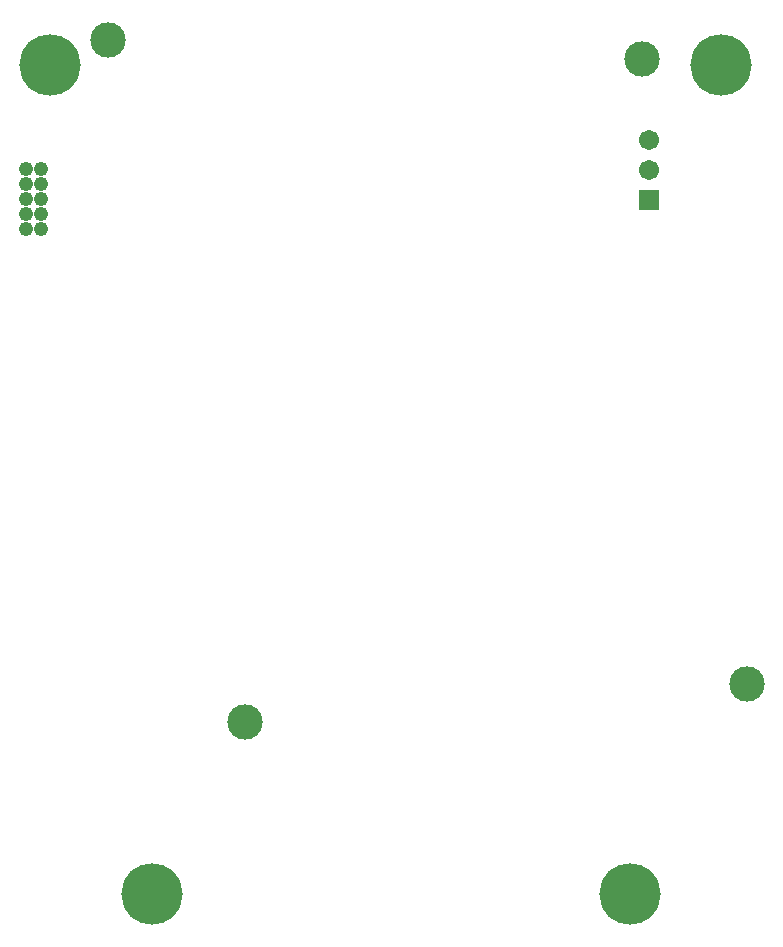
<source format=gbs>
%FSTAX23Y23*%
%MOIN*%
%SFA1B1*%

%IPPOS*%
%ADD52C,0.118110*%
%ADD77C,0.048000*%
%ADD78R,0.067055X0.067055*%
%ADD79C,0.067055*%
%ADD80C,0.204724*%
%LNstrwl-p01-v01-1*%
%LPD*%
G54D52*
X01038Y00893D03*
X02713Y01018D03*
X02364Y031D03*
X00582Y03166D03*
G54D77*
X00309Y02636D03*
X00359D03*
Y02586D03*
X00309D03*
Y02536D03*
X00359D03*
Y02686D03*
X00309D03*
Y02736D03*
X00359D03*
G54D78*
X02385Y02632D03*
G54D79*
X02385Y02732D03*
Y02832D03*
G54D80*
X00391Y03083D03*
X02625D03*
X00731Y00319D03*
X02324D03*
M02*
</source>
